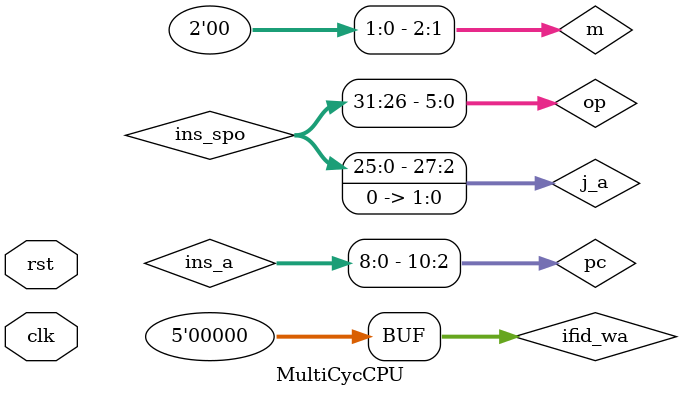
<source format=v>
module MultiCycCPU(
  input clk, rst
);
  localparam S_IF = 0;
  localparam S_ID = 1;
  localparam S_EX = 2;
  localparam S_MEM = 3;
  localparam S_WB = 4;

  wire [8:0] ins_a;
  wire [31:0] ins_spo;

  wire reg_we;
  wire [4:0] ra0, ra1, wa;
  wire [31:0] rd0, rd1, wd;
  RegFile#(.WIDTH(32)) reg_file(
    .clk(clk), .rst(rst), .we(reg_we), .ra0(ra0), .ra1(ra1), .wa(wa), .wd(wd),.rd0(rd0), .rd1(rd1));

  wire [31:0] a, b, y;
  wire [2:0] m;
  wire zf;
  ALU#(.WIDTH(32)) alu(.a(a), .b(b), .m(m), .y(y), .zf(zf));

  wire mem_we;
  wire [8:0] mem_a;
  wire [31:0] mem_d, mem_spo;
  DistMem ram(.clk(clk), .we(mem_we), .a(mem_a), .d(mem_d), .spo(mem_spo), .dpra(ins_a), .dpo(ins_spo));

  wire [5:0] op;
  wire f_jmp, f_branch, f_rd, f_rw, f_m2r, f_mw, f_alus, f_aluo;
  wire [2:0] cs, ns;
  Ctl ctl(
    .clk(clk), .rst(rst), .cs(cs), .ns(ns), .op(op),
    .f_jmp(f_jmp), .f_branch(f_branch), .f_rd(f_rd), .f_rw(f_rw),
    .f_m2r(f_m2r), .f_mw(f_mw), .f_alus(f_alus), .f_aluo(f_aluo));

  reg [31:0] pc = 0;
  assign ins_a = pc[10:0] >> 2;
  wire [31:0] npc_ser;
  assign npc_ser = pc + 4;
  wire [27:0] j_a;
  assign j_a = ins_spo[25:0] << 2;
  assign op = ins_spo[31:26];

  reg [31:0] ifid_ins = 0, ifid_npc_ser = 0;
  reg [27:0] ifid_j_a = 0;
  reg [4:0] ifid_wa = 0;

  always @(posedge clk) begin
    if (cs == S_IF) begin
      ifid_ins <= ins_spo;
      ifid_npc_ser <= npc_ser;
      ifid_j_a <= j_a;
    end
  end

  assign ra0 = ifid_ins[25:21];
  assign ra1 = ifid_ins[20:16];
  wire [4:0] wa_pre;
  assign wa_pre = f_rd ? ins_spo[15:11] : ins_spo[20:16];
  wire [31:0] imm;
  assign imm = {{16{ifid_ins[15]}}, ifid_ins[15:0]};
  wire [31:0] npc_j;
  assign npc_j = {ifid_npc_ser[31:28], ifid_j_a};

  reg [31:0] idex_rd0 = 0, idex_rd1 = 0, idex_imm = 0, idex_npc_ser = 0, idex_npc_j = 0;
  reg [4:0] idex_wa = 0;

  always @(posedge clk) begin
    if (cs == S_ID) begin
      idex_rd0 <= rd0;
      idex_rd1 <= rd1;
      idex_imm <= imm;
      idex_npc_ser <= ifid_npc_ser;
      idex_npc_j <= npc_j;
      idex_wa <= wa_pre;
    end
  end

  assign a = idex_rd0;
  assign b = f_alus ? idex_imm : idex_rd1;
  assign m = f_aluo;
  wire [31:0] npc_beq;
  assign npc_beq = idex_npc_ser + (idex_imm << 2);

  reg [31:0] exmem_y = 0, exmem_zf = 0, exmem_mem_d = 0, exmem_npc_beq = 0, exmem_npc_ser = 0, exmem_npc_j = 0;
  reg [4:0] exmem_wa = 0;

  always @(posedge clk) begin
    if (cs == S_EX) begin
      exmem_y <= y;
      exmem_zf <= zf;
      exmem_mem_d <= idex_rd1;
      exmem_npc_beq <= npc_beq;
      exmem_npc_ser <= idex_npc_ser;
      exmem_npc_j <= idex_npc_j;
      exmem_wa <= idex_wa;
    end
  end

  assign mem_a = exmem_y[10:0] >> 2;
  assign mem_d = exmem_mem_d;
  assign mem_we = f_mw;
  wire [31:0] npc;
  assign npc = f_jmp ? exmem_npc_j : (f_branch & exmem_zf ? exmem_npc_beq : exmem_npc_ser);

  always @(posedge clk) begin
    if (ns == S_IF) begin
      pc <= npc;
    end
  end

  reg [31:0] memwb_mem_spo = 0, memwb_y = 0;
  reg [4:0] memwb_wa = 0;

  always @(posedge clk) begin
    if (cs == S_MEM) begin
      memwb_mem_spo <= mem_spo;
      memwb_y <= exmem_y;
      memwb_wa <= exmem_wa;
    end
  end

  assign wa = memwb_wa;
  assign wd = f_m2r ? memwb_mem_spo : memwb_y;
  assign reg_we = f_rw;
endmodule

</source>
